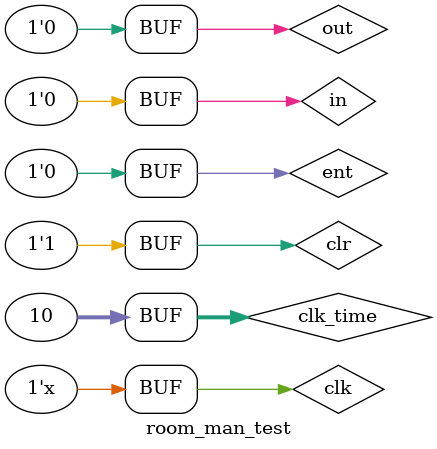
<source format=v>
`timescale 1ns / 1ns


module room_man_test();
    reg clk = 0;
    reg clr = 0;
    reg in;
    reg out;
    reg ent;
    wire open;
    wire close;
    wire[3:0] q;
    room_man rm (.clk(clk), .in(in), .out(out), .ent(ent), .open(open), .close(close), .q(q), .clr(clr));
    defparam rm.open_time = 20;
    defparam rm.init_time = 1;
    integer clk_time = 10;
    initial begin
        in = 0;
        out = 0;
        #rm.init_time clr = 1; 
        ent = 1;
        #1 ent = 0;
        #6 in = 1;
        #clk_time in = 0;
        #1 in = 1;
        #clk_time in = 0;
        #10 out = 1;
        #clk_time out = 0;
        #10 ent = 1;
        #1 ent = 0;
        in = 1;
        #clk_time in = 0;
        #3 in = 1;
        out = 1;
        #clk_time in = 0;
        out = 0;
        #1 out = 1;
        #clk_time out = 0;      
        #1 out = 1;
        #clk_time out = 0;      
    end 
    always @(*)
        clk <= #(clk_time/2) ~clk;
endmodule

</source>
